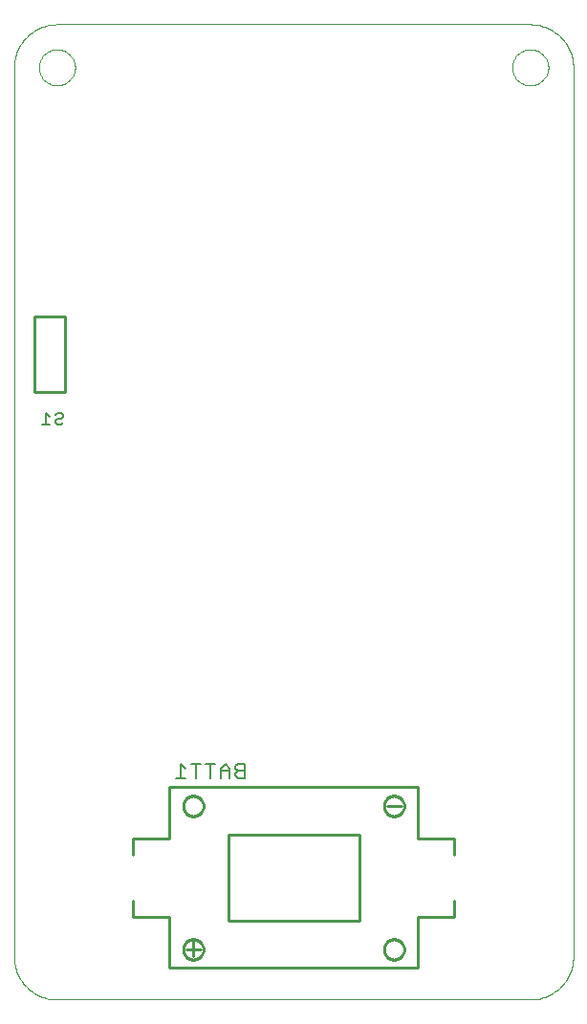
<source format=gbo>
G75*
G70*
%OFA0B0*%
%FSLAX24Y24*%
%IPPOS*%
%LPD*%
%AMOC8*
5,1,8,0,0,1.08239X$1,22.5*
%
%ADD10C,0.0000*%
%ADD11C,0.0100*%
%ADD12C,0.0080*%
%ADD13C,0.0070*%
D10*
X000655Y002155D02*
X000655Y033155D01*
X001525Y033155D02*
X001527Y033205D01*
X001533Y033255D01*
X001543Y033304D01*
X001557Y033352D01*
X001574Y033399D01*
X001595Y033444D01*
X001620Y033488D01*
X001648Y033529D01*
X001680Y033568D01*
X001714Y033605D01*
X001751Y033639D01*
X001791Y033669D01*
X001833Y033696D01*
X001877Y033720D01*
X001923Y033741D01*
X001970Y033757D01*
X002018Y033770D01*
X002068Y033779D01*
X002117Y033784D01*
X002168Y033785D01*
X002218Y033782D01*
X002267Y033775D01*
X002316Y033764D01*
X002364Y033749D01*
X002410Y033731D01*
X002455Y033709D01*
X002498Y033683D01*
X002539Y033654D01*
X002578Y033622D01*
X002614Y033587D01*
X002646Y033549D01*
X002676Y033509D01*
X002703Y033466D01*
X002726Y033422D01*
X002745Y033376D01*
X002761Y033328D01*
X002773Y033279D01*
X002781Y033230D01*
X002785Y033180D01*
X002785Y033130D01*
X002781Y033080D01*
X002773Y033031D01*
X002761Y032982D01*
X002745Y032934D01*
X002726Y032888D01*
X002703Y032844D01*
X002676Y032801D01*
X002646Y032761D01*
X002614Y032723D01*
X002578Y032688D01*
X002539Y032656D01*
X002498Y032627D01*
X002455Y032601D01*
X002410Y032579D01*
X002364Y032561D01*
X002316Y032546D01*
X002267Y032535D01*
X002218Y032528D01*
X002168Y032525D01*
X002117Y032526D01*
X002068Y032531D01*
X002018Y032540D01*
X001970Y032553D01*
X001923Y032569D01*
X001877Y032590D01*
X001833Y032614D01*
X001791Y032641D01*
X001751Y032671D01*
X001714Y032705D01*
X001680Y032742D01*
X001648Y032781D01*
X001620Y032822D01*
X001595Y032866D01*
X001574Y032911D01*
X001557Y032958D01*
X001543Y033006D01*
X001533Y033055D01*
X001527Y033105D01*
X001525Y033155D01*
X000655Y033155D02*
X000657Y033231D01*
X000663Y033307D01*
X000672Y033382D01*
X000686Y033457D01*
X000703Y033531D01*
X000724Y033604D01*
X000748Y033676D01*
X000777Y033747D01*
X000808Y033816D01*
X000843Y033883D01*
X000882Y033948D01*
X000924Y034012D01*
X000969Y034073D01*
X001017Y034132D01*
X001068Y034188D01*
X001122Y034242D01*
X001178Y034293D01*
X001237Y034341D01*
X001298Y034386D01*
X001362Y034428D01*
X001427Y034467D01*
X001494Y034502D01*
X001563Y034533D01*
X001634Y034562D01*
X001706Y034586D01*
X001779Y034607D01*
X001853Y034624D01*
X001928Y034638D01*
X002003Y034647D01*
X002079Y034653D01*
X002155Y034655D01*
X018655Y034655D01*
X018025Y033155D02*
X018027Y033205D01*
X018033Y033255D01*
X018043Y033304D01*
X018057Y033352D01*
X018074Y033399D01*
X018095Y033444D01*
X018120Y033488D01*
X018148Y033529D01*
X018180Y033568D01*
X018214Y033605D01*
X018251Y033639D01*
X018291Y033669D01*
X018333Y033696D01*
X018377Y033720D01*
X018423Y033741D01*
X018470Y033757D01*
X018518Y033770D01*
X018568Y033779D01*
X018617Y033784D01*
X018668Y033785D01*
X018718Y033782D01*
X018767Y033775D01*
X018816Y033764D01*
X018864Y033749D01*
X018910Y033731D01*
X018955Y033709D01*
X018998Y033683D01*
X019039Y033654D01*
X019078Y033622D01*
X019114Y033587D01*
X019146Y033549D01*
X019176Y033509D01*
X019203Y033466D01*
X019226Y033422D01*
X019245Y033376D01*
X019261Y033328D01*
X019273Y033279D01*
X019281Y033230D01*
X019285Y033180D01*
X019285Y033130D01*
X019281Y033080D01*
X019273Y033031D01*
X019261Y032982D01*
X019245Y032934D01*
X019226Y032888D01*
X019203Y032844D01*
X019176Y032801D01*
X019146Y032761D01*
X019114Y032723D01*
X019078Y032688D01*
X019039Y032656D01*
X018998Y032627D01*
X018955Y032601D01*
X018910Y032579D01*
X018864Y032561D01*
X018816Y032546D01*
X018767Y032535D01*
X018718Y032528D01*
X018668Y032525D01*
X018617Y032526D01*
X018568Y032531D01*
X018518Y032540D01*
X018470Y032553D01*
X018423Y032569D01*
X018377Y032590D01*
X018333Y032614D01*
X018291Y032641D01*
X018251Y032671D01*
X018214Y032705D01*
X018180Y032742D01*
X018148Y032781D01*
X018120Y032822D01*
X018095Y032866D01*
X018074Y032911D01*
X018057Y032958D01*
X018043Y033006D01*
X018033Y033055D01*
X018027Y033105D01*
X018025Y033155D01*
X018655Y034655D02*
X018731Y034653D01*
X018807Y034647D01*
X018882Y034638D01*
X018957Y034624D01*
X019031Y034607D01*
X019104Y034586D01*
X019176Y034562D01*
X019247Y034533D01*
X019316Y034502D01*
X019383Y034467D01*
X019448Y034428D01*
X019512Y034386D01*
X019573Y034341D01*
X019632Y034293D01*
X019688Y034242D01*
X019742Y034188D01*
X019793Y034132D01*
X019841Y034073D01*
X019886Y034012D01*
X019928Y033948D01*
X019967Y033883D01*
X020002Y033816D01*
X020033Y033747D01*
X020062Y033676D01*
X020086Y033604D01*
X020107Y033531D01*
X020124Y033457D01*
X020138Y033382D01*
X020147Y033307D01*
X020153Y033231D01*
X020155Y033155D01*
X020155Y002155D01*
X020153Y002079D01*
X020147Y002003D01*
X020138Y001928D01*
X020124Y001853D01*
X020107Y001779D01*
X020086Y001706D01*
X020062Y001634D01*
X020033Y001563D01*
X020002Y001494D01*
X019967Y001427D01*
X019928Y001362D01*
X019886Y001298D01*
X019841Y001237D01*
X019793Y001178D01*
X019742Y001122D01*
X019688Y001068D01*
X019632Y001017D01*
X019573Y000969D01*
X019512Y000924D01*
X019448Y000882D01*
X019383Y000843D01*
X019316Y000808D01*
X019247Y000777D01*
X019176Y000748D01*
X019104Y000724D01*
X019031Y000703D01*
X018957Y000686D01*
X018882Y000672D01*
X018807Y000663D01*
X018731Y000657D01*
X018655Y000655D01*
X002155Y000655D01*
X002079Y000657D01*
X002003Y000663D01*
X001928Y000672D01*
X001853Y000686D01*
X001779Y000703D01*
X001706Y000724D01*
X001634Y000748D01*
X001563Y000777D01*
X001494Y000808D01*
X001427Y000843D01*
X001362Y000882D01*
X001298Y000924D01*
X001237Y000969D01*
X001178Y001017D01*
X001122Y001068D01*
X001068Y001122D01*
X001017Y001178D01*
X000969Y001237D01*
X000924Y001298D01*
X000882Y001362D01*
X000843Y001427D01*
X000808Y001494D01*
X000777Y001563D01*
X000748Y001634D01*
X000724Y001706D01*
X000703Y001779D01*
X000686Y001853D01*
X000672Y001928D01*
X000663Y002003D01*
X000657Y002079D01*
X000655Y002155D01*
D11*
X004815Y003527D02*
X006074Y003527D01*
X006074Y001756D01*
X014736Y001756D01*
X014736Y003527D01*
X015996Y003527D01*
X015996Y004118D01*
X015996Y005693D02*
X015996Y006283D01*
X014736Y006283D01*
X014736Y008055D01*
X006074Y008055D01*
X006074Y006283D01*
X004815Y006283D01*
X004815Y005693D01*
X004815Y004118D02*
X004815Y003527D01*
X006655Y002405D02*
X007155Y002405D01*
X006551Y002405D02*
X006553Y002442D01*
X006559Y002479D01*
X006568Y002514D01*
X006582Y002549D01*
X006598Y002582D01*
X006619Y002613D01*
X006642Y002642D01*
X006668Y002668D01*
X006697Y002691D01*
X006728Y002712D01*
X006761Y002728D01*
X006796Y002742D01*
X006831Y002751D01*
X006868Y002757D01*
X006905Y002759D01*
X006942Y002757D01*
X006979Y002751D01*
X007014Y002742D01*
X007049Y002728D01*
X007082Y002712D01*
X007113Y002691D01*
X007142Y002668D01*
X007168Y002642D01*
X007191Y002613D01*
X007212Y002582D01*
X007228Y002549D01*
X007242Y002514D01*
X007251Y002479D01*
X007257Y002442D01*
X007259Y002405D01*
X007257Y002368D01*
X007251Y002331D01*
X007242Y002296D01*
X007228Y002261D01*
X007212Y002228D01*
X007191Y002197D01*
X007168Y002168D01*
X007142Y002142D01*
X007113Y002119D01*
X007082Y002098D01*
X007049Y002082D01*
X007014Y002068D01*
X006979Y002059D01*
X006942Y002053D01*
X006905Y002051D01*
X006868Y002053D01*
X006831Y002059D01*
X006796Y002068D01*
X006761Y002082D01*
X006728Y002098D01*
X006697Y002119D01*
X006668Y002142D01*
X006642Y002168D01*
X006619Y002197D01*
X006598Y002228D01*
X006582Y002261D01*
X006568Y002296D01*
X006559Y002331D01*
X006553Y002368D01*
X006551Y002405D01*
X006905Y002155D02*
X006905Y002655D01*
X008122Y003409D02*
X012689Y003409D01*
X012689Y006401D01*
X008122Y006401D01*
X008122Y003409D01*
X006551Y007405D02*
X006553Y007442D01*
X006559Y007479D01*
X006568Y007514D01*
X006582Y007549D01*
X006598Y007582D01*
X006619Y007613D01*
X006642Y007642D01*
X006668Y007668D01*
X006697Y007691D01*
X006728Y007712D01*
X006761Y007728D01*
X006796Y007742D01*
X006831Y007751D01*
X006868Y007757D01*
X006905Y007759D01*
X006942Y007757D01*
X006979Y007751D01*
X007014Y007742D01*
X007049Y007728D01*
X007082Y007712D01*
X007113Y007691D01*
X007142Y007668D01*
X007168Y007642D01*
X007191Y007613D01*
X007212Y007582D01*
X007228Y007549D01*
X007242Y007514D01*
X007251Y007479D01*
X007257Y007442D01*
X007259Y007405D01*
X007257Y007368D01*
X007251Y007331D01*
X007242Y007296D01*
X007228Y007261D01*
X007212Y007228D01*
X007191Y007197D01*
X007168Y007168D01*
X007142Y007142D01*
X007113Y007119D01*
X007082Y007098D01*
X007049Y007082D01*
X007014Y007068D01*
X006979Y007059D01*
X006942Y007053D01*
X006905Y007051D01*
X006868Y007053D01*
X006831Y007059D01*
X006796Y007068D01*
X006761Y007082D01*
X006728Y007098D01*
X006697Y007119D01*
X006668Y007142D01*
X006642Y007168D01*
X006619Y007197D01*
X006598Y007228D01*
X006582Y007261D01*
X006568Y007296D01*
X006559Y007331D01*
X006553Y007368D01*
X006551Y007405D01*
X013655Y007405D02*
X014155Y007405D01*
X013551Y007405D02*
X013553Y007442D01*
X013559Y007479D01*
X013568Y007514D01*
X013582Y007549D01*
X013598Y007582D01*
X013619Y007613D01*
X013642Y007642D01*
X013668Y007668D01*
X013697Y007691D01*
X013728Y007712D01*
X013761Y007728D01*
X013796Y007742D01*
X013831Y007751D01*
X013868Y007757D01*
X013905Y007759D01*
X013942Y007757D01*
X013979Y007751D01*
X014014Y007742D01*
X014049Y007728D01*
X014082Y007712D01*
X014113Y007691D01*
X014142Y007668D01*
X014168Y007642D01*
X014191Y007613D01*
X014212Y007582D01*
X014228Y007549D01*
X014242Y007514D01*
X014251Y007479D01*
X014257Y007442D01*
X014259Y007405D01*
X014257Y007368D01*
X014251Y007331D01*
X014242Y007296D01*
X014228Y007261D01*
X014212Y007228D01*
X014191Y007197D01*
X014168Y007168D01*
X014142Y007142D01*
X014113Y007119D01*
X014082Y007098D01*
X014049Y007082D01*
X014014Y007068D01*
X013979Y007059D01*
X013942Y007053D01*
X013905Y007051D01*
X013868Y007053D01*
X013831Y007059D01*
X013796Y007068D01*
X013761Y007082D01*
X013728Y007098D01*
X013697Y007119D01*
X013668Y007142D01*
X013642Y007168D01*
X013619Y007197D01*
X013598Y007228D01*
X013582Y007261D01*
X013568Y007296D01*
X013559Y007331D01*
X013553Y007368D01*
X013551Y007405D01*
X013551Y002405D02*
X013553Y002442D01*
X013559Y002479D01*
X013568Y002514D01*
X013582Y002549D01*
X013598Y002582D01*
X013619Y002613D01*
X013642Y002642D01*
X013668Y002668D01*
X013697Y002691D01*
X013728Y002712D01*
X013761Y002728D01*
X013796Y002742D01*
X013831Y002751D01*
X013868Y002757D01*
X013905Y002759D01*
X013942Y002757D01*
X013979Y002751D01*
X014014Y002742D01*
X014049Y002728D01*
X014082Y002712D01*
X014113Y002691D01*
X014142Y002668D01*
X014168Y002642D01*
X014191Y002613D01*
X014212Y002582D01*
X014228Y002549D01*
X014242Y002514D01*
X014251Y002479D01*
X014257Y002442D01*
X014259Y002405D01*
X014257Y002368D01*
X014251Y002331D01*
X014242Y002296D01*
X014228Y002261D01*
X014212Y002228D01*
X014191Y002197D01*
X014168Y002168D01*
X014142Y002142D01*
X014113Y002119D01*
X014082Y002098D01*
X014049Y002082D01*
X014014Y002068D01*
X013979Y002059D01*
X013942Y002053D01*
X013905Y002051D01*
X013868Y002053D01*
X013831Y002059D01*
X013796Y002068D01*
X013761Y002082D01*
X013728Y002098D01*
X013697Y002119D01*
X013668Y002142D01*
X013642Y002168D01*
X013619Y002197D01*
X013598Y002228D01*
X013582Y002261D01*
X013568Y002296D01*
X013559Y002331D01*
X013553Y002368D01*
X013551Y002405D01*
X002437Y021836D02*
X002437Y024474D01*
X001374Y024474D01*
X001374Y021836D01*
X002437Y021836D01*
D12*
X002295Y021115D02*
X002365Y021045D01*
X002365Y020975D01*
X002295Y020905D01*
X002155Y020905D01*
X002085Y020835D01*
X002085Y020765D01*
X002155Y020695D01*
X002295Y020695D01*
X002365Y020765D01*
X002295Y021115D02*
X002155Y021115D01*
X002085Y021045D01*
X001905Y020975D02*
X001765Y021115D01*
X001765Y020695D01*
X001905Y020695D02*
X001625Y020695D01*
D13*
X006472Y008871D02*
X006472Y008380D01*
X006309Y008380D02*
X006636Y008380D01*
X006636Y008707D02*
X006472Y008871D01*
X006824Y008871D02*
X007151Y008871D01*
X006988Y008871D02*
X006988Y008380D01*
X007504Y008380D02*
X007504Y008871D01*
X007667Y008871D02*
X007340Y008871D01*
X007856Y008707D02*
X007856Y008380D01*
X007856Y008625D02*
X008183Y008625D01*
X008183Y008707D02*
X008019Y008871D01*
X007856Y008707D01*
X008183Y008707D02*
X008183Y008380D01*
X008371Y008462D02*
X008371Y008544D01*
X008453Y008625D01*
X008698Y008625D01*
X008698Y008380D02*
X008453Y008380D01*
X008371Y008462D01*
X008453Y008625D02*
X008371Y008707D01*
X008371Y008789D01*
X008453Y008871D01*
X008698Y008871D01*
X008698Y008380D01*
M02*

</source>
